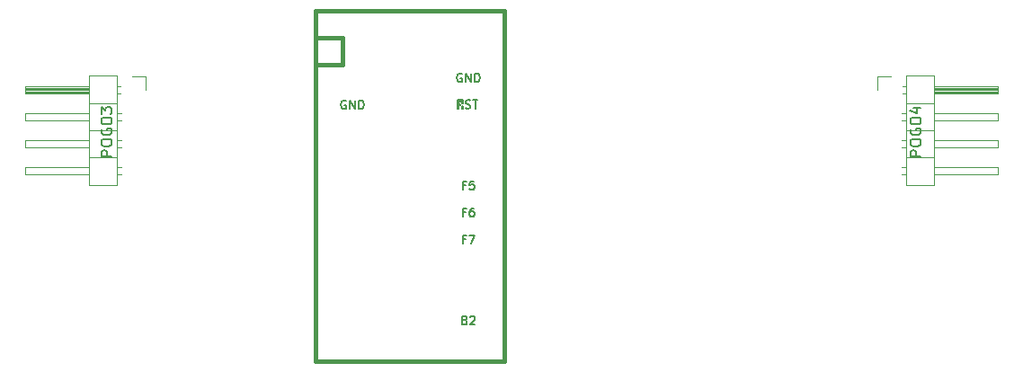
<source format=gbr>
G04 #@! TF.GenerationSoftware,KiCad,Pcbnew,(5.1.4)-1*
G04 #@! TF.CreationDate,2021-01-04T02:31:35-06:00*
G04 #@! TF.ProjectId,65Numpad,36354e75-6d70-4616-942e-6b696361645f,rev?*
G04 #@! TF.SameCoordinates,Original*
G04 #@! TF.FileFunction,Legend,Top*
G04 #@! TF.FilePolarity,Positive*
%FSLAX46Y46*%
G04 Gerber Fmt 4.6, Leading zero omitted, Abs format (unit mm)*
G04 Created by KiCad (PCBNEW (5.1.4)-1) date 2021-01-04 02:31:35*
%MOMM*%
%LPD*%
G04 APERTURE LIST*
%ADD10C,0.120000*%
%ADD11C,0.381000*%
%ADD12C,0.150000*%
G04 APERTURE END LIST*
D10*
X404665000Y-54232500D02*
X404665000Y-64512500D01*
X404665000Y-64512500D02*
X407325000Y-64512500D01*
X407325000Y-64512500D02*
X407325000Y-54232500D01*
X407325000Y-54232500D02*
X404665000Y-54232500D01*
X407325000Y-55182500D02*
X413325000Y-55182500D01*
X413325000Y-55182500D02*
X413325000Y-55942500D01*
X413325000Y-55942500D02*
X407325000Y-55942500D01*
X407325000Y-55242500D02*
X413325000Y-55242500D01*
X407325000Y-55362500D02*
X413325000Y-55362500D01*
X407325000Y-55482500D02*
X413325000Y-55482500D01*
X407325000Y-55602500D02*
X413325000Y-55602500D01*
X407325000Y-55722500D02*
X413325000Y-55722500D01*
X407325000Y-55842500D02*
X413325000Y-55842500D01*
X404335000Y-55182500D02*
X404665000Y-55182500D01*
X404335000Y-55942500D02*
X404665000Y-55942500D01*
X404665000Y-56832500D02*
X407325000Y-56832500D01*
X407325000Y-57722500D02*
X413325000Y-57722500D01*
X413325000Y-57722500D02*
X413325000Y-58482500D01*
X413325000Y-58482500D02*
X407325000Y-58482500D01*
X404267929Y-57722500D02*
X404665000Y-57722500D01*
X404267929Y-58482500D02*
X404665000Y-58482500D01*
X404665000Y-59372500D02*
X407325000Y-59372500D01*
X407325000Y-60262500D02*
X413325000Y-60262500D01*
X413325000Y-60262500D02*
X413325000Y-61022500D01*
X413325000Y-61022500D02*
X407325000Y-61022500D01*
X404267929Y-60262500D02*
X404665000Y-60262500D01*
X404267929Y-61022500D02*
X404665000Y-61022500D01*
X404665000Y-61912500D02*
X407325000Y-61912500D01*
X407325000Y-62802500D02*
X413325000Y-62802500D01*
X413325000Y-62802500D02*
X413325000Y-63562500D01*
X413325000Y-63562500D02*
X407325000Y-63562500D01*
X404267929Y-62802500D02*
X404665000Y-62802500D01*
X404267929Y-63562500D02*
X404665000Y-63562500D01*
X401955000Y-55562500D02*
X401955000Y-54292500D01*
X401955000Y-54292500D02*
X403225000Y-54292500D01*
D11*
X351631250Y-50641250D02*
X349091250Y-50641250D01*
X349091250Y-48101250D02*
X349091250Y-50641250D01*
X366871250Y-48101250D02*
X349091250Y-48101250D01*
X366871250Y-50641250D02*
X366871250Y-48101250D01*
D12*
G36*
X362912818Y-57120610D02*
G01*
X362912818Y-57320610D01*
X362812818Y-57320610D01*
X362812818Y-57120610D01*
X362912818Y-57120610D01*
G37*
X362912818Y-57120610D02*
X362912818Y-57320610D01*
X362812818Y-57320610D01*
X362812818Y-57120610D01*
X362912818Y-57120610D01*
G36*
X362512818Y-56520610D02*
G01*
X362512818Y-57320610D01*
X362412818Y-57320610D01*
X362412818Y-56520610D01*
X362512818Y-56520610D01*
G37*
X362512818Y-56520610D02*
X362512818Y-57320610D01*
X362412818Y-57320610D01*
X362412818Y-56520610D01*
X362512818Y-56520610D01*
G36*
X362912818Y-56520610D02*
G01*
X362912818Y-56620610D01*
X362412818Y-56620610D01*
X362412818Y-56520610D01*
X362912818Y-56520610D01*
G37*
X362912818Y-56520610D02*
X362912818Y-56620610D01*
X362412818Y-56620610D01*
X362412818Y-56520610D01*
X362912818Y-56520610D01*
G36*
X362712818Y-56920610D02*
G01*
X362712818Y-57020610D01*
X362612818Y-57020610D01*
X362612818Y-56920610D01*
X362712818Y-56920610D01*
G37*
X362712818Y-56920610D02*
X362712818Y-57020610D01*
X362612818Y-57020610D01*
X362612818Y-56920610D01*
X362712818Y-56920610D01*
G36*
X362912818Y-56520610D02*
G01*
X362912818Y-56820610D01*
X362812818Y-56820610D01*
X362812818Y-56520610D01*
X362912818Y-56520610D01*
G37*
X362912818Y-56520610D02*
X362912818Y-56820610D01*
X362812818Y-56820610D01*
X362812818Y-56520610D01*
X362912818Y-56520610D01*
D11*
X351631250Y-53181250D02*
X349091250Y-53181250D01*
X351631250Y-50641250D02*
X351631250Y-53181250D01*
X366871250Y-81121250D02*
X366871250Y-50641250D01*
X349091250Y-81121250D02*
X366871250Y-81121250D01*
X349091250Y-50641250D02*
X349091250Y-81121250D01*
D10*
X330347500Y-54232500D02*
X330347500Y-64512500D01*
X330347500Y-64512500D02*
X327687500Y-64512500D01*
X327687500Y-64512500D02*
X327687500Y-54232500D01*
X327687500Y-54232500D02*
X330347500Y-54232500D01*
X327687500Y-55182500D02*
X321687500Y-55182500D01*
X321687500Y-55182500D02*
X321687500Y-55942500D01*
X321687500Y-55942500D02*
X327687500Y-55942500D01*
X327687500Y-55242500D02*
X321687500Y-55242500D01*
X327687500Y-55362500D02*
X321687500Y-55362500D01*
X327687500Y-55482500D02*
X321687500Y-55482500D01*
X327687500Y-55602500D02*
X321687500Y-55602500D01*
X327687500Y-55722500D02*
X321687500Y-55722500D01*
X327687500Y-55842500D02*
X321687500Y-55842500D01*
X330677500Y-55182500D02*
X330347500Y-55182500D01*
X330677500Y-55942500D02*
X330347500Y-55942500D01*
X330347500Y-56832500D02*
X327687500Y-56832500D01*
X327687500Y-57722500D02*
X321687500Y-57722500D01*
X321687500Y-57722500D02*
X321687500Y-58482500D01*
X321687500Y-58482500D02*
X327687500Y-58482500D01*
X330744571Y-57722500D02*
X330347500Y-57722500D01*
X330744571Y-58482500D02*
X330347500Y-58482500D01*
X330347500Y-59372500D02*
X327687500Y-59372500D01*
X327687500Y-60262500D02*
X321687500Y-60262500D01*
X321687500Y-60262500D02*
X321687500Y-61022500D01*
X321687500Y-61022500D02*
X327687500Y-61022500D01*
X330744571Y-60262500D02*
X330347500Y-60262500D01*
X330744571Y-61022500D02*
X330347500Y-61022500D01*
X330347500Y-61912500D02*
X327687500Y-61912500D01*
X327687500Y-62802500D02*
X321687500Y-62802500D01*
X321687500Y-62802500D02*
X321687500Y-63562500D01*
X321687500Y-63562500D02*
X327687500Y-63562500D01*
X330744571Y-62802500D02*
X330347500Y-62802500D01*
X330744571Y-63562500D02*
X330347500Y-63562500D01*
X333057500Y-55562500D02*
X333057500Y-54292500D01*
X333057500Y-54292500D02*
X331787500Y-54292500D01*
D12*
X406058630Y-61816964D02*
X405058630Y-61816964D01*
X405058630Y-61436011D01*
X405106250Y-61340773D01*
X405153869Y-61293154D01*
X405249107Y-61245535D01*
X405391964Y-61245535D01*
X405487202Y-61293154D01*
X405534821Y-61340773D01*
X405582440Y-61436011D01*
X405582440Y-61816964D01*
X405058630Y-60626488D02*
X405058630Y-60436011D01*
X405106250Y-60340773D01*
X405201488Y-60245535D01*
X405391964Y-60197916D01*
X405725297Y-60197916D01*
X405915773Y-60245535D01*
X406011011Y-60340773D01*
X406058630Y-60436011D01*
X406058630Y-60626488D01*
X406011011Y-60721726D01*
X405915773Y-60816964D01*
X405725297Y-60864583D01*
X405391964Y-60864583D01*
X405201488Y-60816964D01*
X405106250Y-60721726D01*
X405058630Y-60626488D01*
X405106250Y-59245535D02*
X405058630Y-59340773D01*
X405058630Y-59483630D01*
X405106250Y-59626488D01*
X405201488Y-59721726D01*
X405296726Y-59769345D01*
X405487202Y-59816964D01*
X405630059Y-59816964D01*
X405820535Y-59769345D01*
X405915773Y-59721726D01*
X406011011Y-59626488D01*
X406058630Y-59483630D01*
X406058630Y-59388392D01*
X406011011Y-59245535D01*
X405963392Y-59197916D01*
X405630059Y-59197916D01*
X405630059Y-59388392D01*
X405058630Y-58578869D02*
X405058630Y-58388392D01*
X405106250Y-58293154D01*
X405201488Y-58197916D01*
X405391964Y-58150297D01*
X405725297Y-58150297D01*
X405915773Y-58197916D01*
X406011011Y-58293154D01*
X406058630Y-58388392D01*
X406058630Y-58578869D01*
X406011011Y-58674107D01*
X405915773Y-58769345D01*
X405725297Y-58816964D01*
X405391964Y-58816964D01*
X405201488Y-58769345D01*
X405106250Y-58674107D01*
X405058630Y-58578869D01*
X405391964Y-57293154D02*
X406058630Y-57293154D01*
X405011011Y-57531250D02*
X405725297Y-57769345D01*
X405725297Y-57150297D01*
X363181036Y-57285059D02*
X363295322Y-57323154D01*
X363485798Y-57323154D01*
X363561989Y-57285059D01*
X363600084Y-57246964D01*
X363638179Y-57170773D01*
X363638179Y-57094583D01*
X363600084Y-57018392D01*
X363561989Y-56980297D01*
X363485798Y-56942202D01*
X363333417Y-56904107D01*
X363257227Y-56866011D01*
X363219131Y-56827916D01*
X363181036Y-56751726D01*
X363181036Y-56675535D01*
X363219131Y-56599345D01*
X363257227Y-56561250D01*
X363333417Y-56523154D01*
X363523893Y-56523154D01*
X363638179Y-56561250D01*
X363866750Y-56523154D02*
X364323893Y-56523154D01*
X364095322Y-57323154D02*
X364095322Y-56523154D01*
X351910726Y-56591250D02*
X351834535Y-56553154D01*
X351720250Y-56553154D01*
X351605964Y-56591250D01*
X351529773Y-56667440D01*
X351491678Y-56743630D01*
X351453583Y-56896011D01*
X351453583Y-57010297D01*
X351491678Y-57162678D01*
X351529773Y-57238869D01*
X351605964Y-57315059D01*
X351720250Y-57353154D01*
X351796440Y-57353154D01*
X351910726Y-57315059D01*
X351948821Y-57276964D01*
X351948821Y-57010297D01*
X351796440Y-57010297D01*
X352291678Y-57353154D02*
X352291678Y-56553154D01*
X352748821Y-57353154D01*
X352748821Y-56553154D01*
X353129773Y-57353154D02*
X353129773Y-56553154D01*
X353320250Y-56553154D01*
X353434535Y-56591250D01*
X353510726Y-56667440D01*
X353548821Y-56743630D01*
X353586916Y-56896011D01*
X353586916Y-57010297D01*
X353548821Y-57162678D01*
X353510726Y-57238869D01*
X353434535Y-57315059D01*
X353320250Y-57353154D01*
X353129773Y-57353154D01*
X363118440Y-77254107D02*
X363232726Y-77292202D01*
X363270821Y-77330297D01*
X363308916Y-77406488D01*
X363308916Y-77520773D01*
X363270821Y-77596964D01*
X363232726Y-77635059D01*
X363156535Y-77673154D01*
X362851773Y-77673154D01*
X362851773Y-76873154D01*
X363118440Y-76873154D01*
X363194630Y-76911250D01*
X363232726Y-76949345D01*
X363270821Y-77025535D01*
X363270821Y-77101726D01*
X363232726Y-77177916D01*
X363194630Y-77216011D01*
X363118440Y-77254107D01*
X362851773Y-77254107D01*
X363613678Y-76949345D02*
X363651773Y-76911250D01*
X363727964Y-76873154D01*
X363918440Y-76873154D01*
X363994630Y-76911250D01*
X364032726Y-76949345D01*
X364070821Y-77025535D01*
X364070821Y-77101726D01*
X364032726Y-77216011D01*
X363575583Y-77673154D01*
X364070821Y-77673154D01*
X363175583Y-69634107D02*
X362908916Y-69634107D01*
X362908916Y-70053154D02*
X362908916Y-69253154D01*
X363289869Y-69253154D01*
X363518440Y-69253154D02*
X364051773Y-69253154D01*
X363708916Y-70053154D01*
X363175583Y-67094107D02*
X362908916Y-67094107D01*
X362908916Y-67513154D02*
X362908916Y-66713154D01*
X363289869Y-66713154D01*
X363937488Y-66713154D02*
X363785107Y-66713154D01*
X363708916Y-66751250D01*
X363670821Y-66789345D01*
X363594630Y-66903630D01*
X363556535Y-67056011D01*
X363556535Y-67360773D01*
X363594630Y-67436964D01*
X363632726Y-67475059D01*
X363708916Y-67513154D01*
X363861297Y-67513154D01*
X363937488Y-67475059D01*
X363975583Y-67436964D01*
X364013678Y-67360773D01*
X364013678Y-67170297D01*
X363975583Y-67094107D01*
X363937488Y-67056011D01*
X363861297Y-67017916D01*
X363708916Y-67017916D01*
X363632726Y-67056011D01*
X363594630Y-67094107D01*
X363556535Y-67170297D01*
X363175583Y-64554107D02*
X362908916Y-64554107D01*
X362908916Y-64973154D02*
X362908916Y-64173154D01*
X363289869Y-64173154D01*
X363975583Y-64173154D02*
X363594630Y-64173154D01*
X363556535Y-64554107D01*
X363594630Y-64516011D01*
X363670821Y-64477916D01*
X363861297Y-64477916D01*
X363937488Y-64516011D01*
X363975583Y-64554107D01*
X364013678Y-64630297D01*
X364013678Y-64820773D01*
X363975583Y-64896964D01*
X363937488Y-64935059D01*
X363861297Y-64973154D01*
X363670821Y-64973154D01*
X363594630Y-64935059D01*
X363556535Y-64896964D01*
X363181036Y-57285059D02*
X363295322Y-57323154D01*
X363485798Y-57323154D01*
X363561989Y-57285059D01*
X363600084Y-57246964D01*
X363638179Y-57170773D01*
X363638179Y-57094583D01*
X363600084Y-57018392D01*
X363561989Y-56980297D01*
X363485798Y-56942202D01*
X363333417Y-56904107D01*
X363257227Y-56866011D01*
X363219131Y-56827916D01*
X363181036Y-56751726D01*
X363181036Y-56675535D01*
X363219131Y-56599345D01*
X363257227Y-56561250D01*
X363333417Y-56523154D01*
X363523893Y-56523154D01*
X363638179Y-56561250D01*
X363866750Y-56523154D02*
X364323893Y-56523154D01*
X364095322Y-57323154D02*
X364095322Y-56523154D01*
X362832726Y-54051250D02*
X362756535Y-54013154D01*
X362642250Y-54013154D01*
X362527964Y-54051250D01*
X362451773Y-54127440D01*
X362413678Y-54203630D01*
X362375583Y-54356011D01*
X362375583Y-54470297D01*
X362413678Y-54622678D01*
X362451773Y-54698869D01*
X362527964Y-54775059D01*
X362642250Y-54813154D01*
X362718440Y-54813154D01*
X362832726Y-54775059D01*
X362870821Y-54736964D01*
X362870821Y-54470297D01*
X362718440Y-54470297D01*
X363213678Y-54813154D02*
X363213678Y-54013154D01*
X363670821Y-54813154D01*
X363670821Y-54013154D01*
X364051773Y-54813154D02*
X364051773Y-54013154D01*
X364242250Y-54013154D01*
X364356535Y-54051250D01*
X364432726Y-54127440D01*
X364470821Y-54203630D01*
X364508916Y-54356011D01*
X364508916Y-54470297D01*
X364470821Y-54622678D01*
X364432726Y-54698869D01*
X364356535Y-54775059D01*
X364242250Y-54813154D01*
X364051773Y-54813154D01*
X363175583Y-64554107D02*
X362908916Y-64554107D01*
X362908916Y-64973154D02*
X362908916Y-64173154D01*
X363289869Y-64173154D01*
X363975583Y-64173154D02*
X363594630Y-64173154D01*
X363556535Y-64554107D01*
X363594630Y-64516011D01*
X363670821Y-64477916D01*
X363861297Y-64477916D01*
X363937488Y-64516011D01*
X363975583Y-64554107D01*
X364013678Y-64630297D01*
X364013678Y-64820773D01*
X363975583Y-64896964D01*
X363937488Y-64935059D01*
X363861297Y-64973154D01*
X363670821Y-64973154D01*
X363594630Y-64935059D01*
X363556535Y-64896964D01*
X363175583Y-67094107D02*
X362908916Y-67094107D01*
X362908916Y-67513154D02*
X362908916Y-66713154D01*
X363289869Y-66713154D01*
X363937488Y-66713154D02*
X363785107Y-66713154D01*
X363708916Y-66751250D01*
X363670821Y-66789345D01*
X363594630Y-66903630D01*
X363556535Y-67056011D01*
X363556535Y-67360773D01*
X363594630Y-67436964D01*
X363632726Y-67475059D01*
X363708916Y-67513154D01*
X363861297Y-67513154D01*
X363937488Y-67475059D01*
X363975583Y-67436964D01*
X364013678Y-67360773D01*
X364013678Y-67170297D01*
X363975583Y-67094107D01*
X363937488Y-67056011D01*
X363861297Y-67017916D01*
X363708916Y-67017916D01*
X363632726Y-67056011D01*
X363594630Y-67094107D01*
X363556535Y-67170297D01*
X363175583Y-69634107D02*
X362908916Y-69634107D01*
X362908916Y-70053154D02*
X362908916Y-69253154D01*
X363289869Y-69253154D01*
X363518440Y-69253154D02*
X364051773Y-69253154D01*
X363708916Y-70053154D01*
X363118440Y-77254107D02*
X363232726Y-77292202D01*
X363270821Y-77330297D01*
X363308916Y-77406488D01*
X363308916Y-77520773D01*
X363270821Y-77596964D01*
X363232726Y-77635059D01*
X363156535Y-77673154D01*
X362851773Y-77673154D01*
X362851773Y-76873154D01*
X363118440Y-76873154D01*
X363194630Y-76911250D01*
X363232726Y-76949345D01*
X363270821Y-77025535D01*
X363270821Y-77101726D01*
X363232726Y-77177916D01*
X363194630Y-77216011D01*
X363118440Y-77254107D01*
X362851773Y-77254107D01*
X363613678Y-76949345D02*
X363651773Y-76911250D01*
X363727964Y-76873154D01*
X363918440Y-76873154D01*
X363994630Y-76911250D01*
X364032726Y-76949345D01*
X364070821Y-77025535D01*
X364070821Y-77101726D01*
X364032726Y-77216011D01*
X363575583Y-77673154D01*
X364070821Y-77673154D01*
X329858630Y-61816964D02*
X328858630Y-61816964D01*
X328858630Y-61436011D01*
X328906250Y-61340773D01*
X328953869Y-61293154D01*
X329049107Y-61245535D01*
X329191964Y-61245535D01*
X329287202Y-61293154D01*
X329334821Y-61340773D01*
X329382440Y-61436011D01*
X329382440Y-61816964D01*
X328858630Y-60626488D02*
X328858630Y-60436011D01*
X328906250Y-60340773D01*
X329001488Y-60245535D01*
X329191964Y-60197916D01*
X329525297Y-60197916D01*
X329715773Y-60245535D01*
X329811011Y-60340773D01*
X329858630Y-60436011D01*
X329858630Y-60626488D01*
X329811011Y-60721726D01*
X329715773Y-60816964D01*
X329525297Y-60864583D01*
X329191964Y-60864583D01*
X329001488Y-60816964D01*
X328906250Y-60721726D01*
X328858630Y-60626488D01*
X328906250Y-59245535D02*
X328858630Y-59340773D01*
X328858630Y-59483630D01*
X328906250Y-59626488D01*
X329001488Y-59721726D01*
X329096726Y-59769345D01*
X329287202Y-59816964D01*
X329430059Y-59816964D01*
X329620535Y-59769345D01*
X329715773Y-59721726D01*
X329811011Y-59626488D01*
X329858630Y-59483630D01*
X329858630Y-59388392D01*
X329811011Y-59245535D01*
X329763392Y-59197916D01*
X329430059Y-59197916D01*
X329430059Y-59388392D01*
X328858630Y-58578869D02*
X328858630Y-58388392D01*
X328906250Y-58293154D01*
X329001488Y-58197916D01*
X329191964Y-58150297D01*
X329525297Y-58150297D01*
X329715773Y-58197916D01*
X329811011Y-58293154D01*
X329858630Y-58388392D01*
X329858630Y-58578869D01*
X329811011Y-58674107D01*
X329715773Y-58769345D01*
X329525297Y-58816964D01*
X329191964Y-58816964D01*
X329001488Y-58769345D01*
X328906250Y-58674107D01*
X328858630Y-58578869D01*
X328858630Y-57816964D02*
X328858630Y-57197916D01*
X329239583Y-57531250D01*
X329239583Y-57388392D01*
X329287202Y-57293154D01*
X329334821Y-57245535D01*
X329430059Y-57197916D01*
X329668154Y-57197916D01*
X329763392Y-57245535D01*
X329811011Y-57293154D01*
X329858630Y-57388392D01*
X329858630Y-57674107D01*
X329811011Y-57769345D01*
X329763392Y-57816964D01*
M02*

</source>
